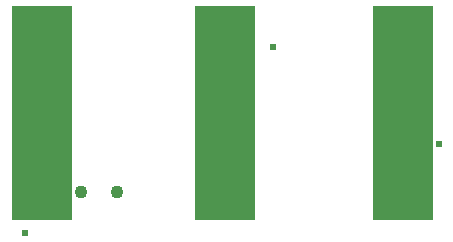
<source format=gbs>
G04 Layer_Color=16711935*
%FSLAX25Y25*%
%MOIN*%
G70*
G01*
G75*
%ADD63C,0.02375*%
%ADD64C,0.04343*%
%ADD65R,0.20485X0.71666*%
D63*
X150000Y35500D02*
D03*
X94500Y68000D02*
D03*
X12000Y6000D02*
D03*
D64*
X30500Y19563D02*
D03*
X42500D02*
D03*
D65*
X17500Y46000D02*
D03*
X138000D02*
D03*
X78500D02*
D03*
M02*

</source>
